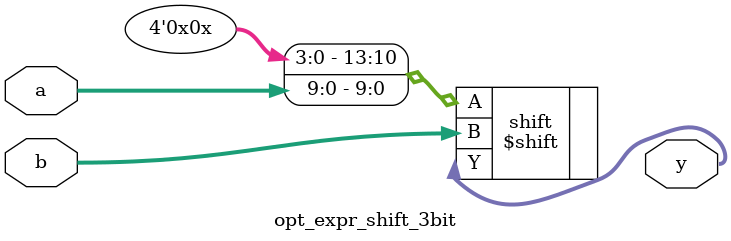
<source format=v>
module opt_expr_shift_3bit(input [9:0] a, input [3:0] b, output [2:0] y);
    \$shift #(.A_SIGNED(0), .B_SIGNED(0), .A_WIDTH(14), .B_WIDTH(4), .Y_WIDTH(3)) shift (.A({4'b0x0x,a}), .B(b), .Y(y));
endmodule

</source>
